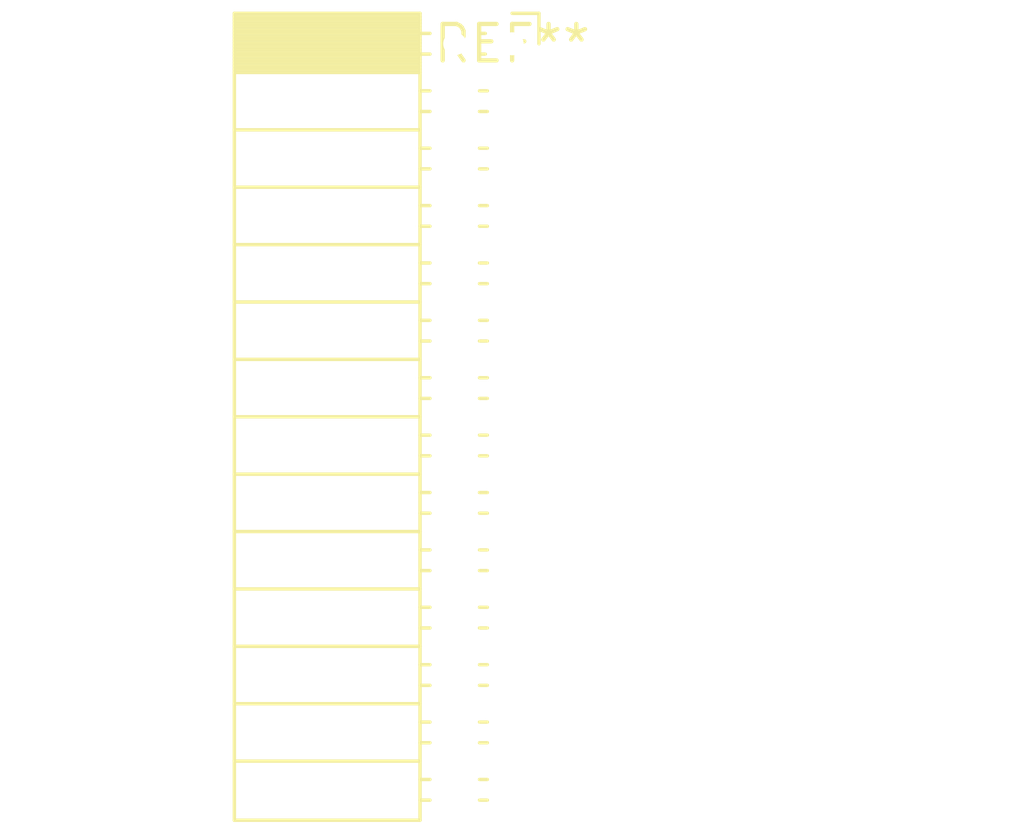
<source format=kicad_pcb>
(kicad_pcb (version 20240108) (generator pcbnew)
  (layers (0 "F.Cu" signal) (31 "B.Cu" signal) (34 "B.Paste" user) (35 "F.Paste" user) (36 "B.SilkS" user "B.Silkscreen") (37 "F.SilkS" user "F.Silkscreen") (38 "B.Mask" user) (39 "F.Mask" user) (44 "Edge.Cuts" user))
  (net 0 "")
  (footprint "PinSocket_2x14_P2.00mm_Horizontal" (layer "F.Cu") (at 0 0)
    (property "Reference" "REF**")
    (property "Value" "PinSocket_2x14_P2.00mm_Horizontal")
    (fp_line (start -9.68 -1.06) (end -9.68 27.06) (layer "F.SilkS") (stroke (width 0.12)))
    (fp_line (start -9.68 -1.06) (end -3.21 -1.06) (layer "F.SilkS") (stroke (width 0.12)))
    (fp_line (start -9.68 -0.94) (end -3.21 -0.94) (layer "F.SilkS") (stroke (width 0.12)))
    (fp_line (start -9.68 -0.825882) (end -3.21 -0.825882) (layer "F.SilkS") (stroke (width 0.12)))
    (fp_line (start -9.68 -0.711764) (end -3.21 -0.711764) (layer "F.SilkS") (stroke (width 0.12)))
    (fp_line (start -9.68 -0.597646) (end -3.21 -0.597646) (layer "F.SilkS") (stroke (width 0.12)))
    (fp_line (start -9.68 -0.483528) (end -3.21 -0.483528) (layer "F.SilkS") (stroke (width 0.12)))
    (fp_line (start -9.68 -0.36941) (end -3.21 -0.36941) (layer "F.SilkS") (stroke (width 0.12)))
    (fp_line (start -9.68 -0.255292) (end -3.21 -0.255292) (layer "F.SilkS") (stroke (width 0.12)))
    (fp_line (start -9.68 -0.141174) (end -3.21 -0.141174) (layer "F.SilkS") (stroke (width 0.12)))
    (fp_line (start -9.68 -0.027056) (end -3.21 -0.027056) (layer "F.SilkS") (stroke (width 0.12)))
    (fp_line (start -9.68 0.087062) (end -3.21 0.087062) (layer "F.SilkS") (stroke (width 0.12)))
    (fp_line (start -9.68 0.20118) (end -3.21 0.20118) (layer "F.SilkS") (stroke (width 0.12)))
    (fp_line (start -9.68 0.315298) (end -3.21 0.315298) (layer "F.SilkS") (stroke (width 0.12)))
    (fp_line (start -9.68 0.429416) (end -3.21 0.429416) (layer "F.SilkS") (stroke (width 0.12)))
    (fp_line (start -9.68 0.543534) (end -3.21 0.543534) (layer "F.SilkS") (stroke (width 0.12)))
    (fp_line (start -9.68 0.657652) (end -3.21 0.657652) (layer "F.SilkS") (stroke (width 0.12)))
    (fp_line (start -9.68 0.77177) (end -3.21 0.77177) (layer "F.SilkS") (stroke (width 0.12)))
    (fp_line (start -9.68 0.885888) (end -3.21 0.885888) (layer "F.SilkS") (stroke (width 0.12)))
    (fp_line (start -9.68 1) (end -3.21 1) (layer "F.SilkS") (stroke (width 0.12)))
    (fp_line (start -9.68 3) (end -3.21 3) (layer "F.SilkS") (stroke (width 0.12)))
    (fp_line (start -9.68 5) (end -3.21 5) (layer "F.SilkS") (stroke (width 0.12)))
    (fp_line (start -9.68 7) (end -3.21 7) (layer "F.SilkS") (stroke (width 0.12)))
    (fp_line (start -9.68 9) (end -3.21 9) (layer "F.SilkS") (stroke (width 0.12)))
    (fp_line (start -9.68 11) (end -3.21 11) (layer "F.SilkS") (stroke (width 0.12)))
    (fp_line (start -9.68 13) (end -3.21 13) (layer "F.SilkS") (stroke (width 0.12)))
    (fp_line (start -9.68 15) (end -3.21 15) (layer "F.SilkS") (stroke (width 0.12)))
    (fp_line (start -9.68 17) (end -3.21 17) (layer "F.SilkS") (stroke (width 0.12)))
    (fp_line (start -9.68 19) (end -3.21 19) (layer "F.SilkS") (stroke (width 0.12)))
    (fp_line (start -9.68 21) (end -3.21 21) (layer "F.SilkS") (stroke (width 0.12)))
    (fp_line (start -9.68 23) (end -3.21 23) (layer "F.SilkS") (stroke (width 0.12)))
    (fp_line (start -9.68 25) (end -3.21 25) (layer "F.SilkS") (stroke (width 0.12)))
    (fp_line (start -9.68 27.06) (end -3.21 27.06) (layer "F.SilkS") (stroke (width 0.12)))
    (fp_line (start -3.21 -1.06) (end -3.21 27.06) (layer "F.SilkS") (stroke (width 0.12)))
    (fp_line (start -3.21 -0.36) (end -2.862917 -0.36) (layer "F.SilkS") (stroke (width 0.12)))
    (fp_line (start -3.21 0.36) (end -2.862917 0.36) (layer "F.SilkS") (stroke (width 0.12)))
    (fp_line (start -3.21 1.64) (end -2.862917 1.64) (layer "F.SilkS") (stroke (width 0.12)))
    (fp_line (start -3.21 2.36) (end -2.862917 2.36) (layer "F.SilkS") (stroke (width 0.12)))
    (fp_line (start -3.21 3.64) (end -2.862917 3.64) (layer "F.SilkS") (stroke (width 0.12)))
    (fp_line (start -3.21 4.36) (end -2.862917 4.36) (layer "F.SilkS") (stroke (width 0.12)))
    (fp_line (start -3.21 5.64) (end -2.862917 5.64) (layer "F.SilkS") (stroke (width 0.12)))
    (fp_line (start -3.21 6.36) (end -2.862917 6.36) (layer "F.SilkS") (stroke (width 0.12)))
    (fp_line (start -3.21 7.64) (end -2.862917 7.64) (layer "F.SilkS") (stroke (width 0.12)))
    (fp_line (start -3.21 8.36) (end -2.862917 8.36) (layer "F.SilkS") (stroke (width 0.12)))
    (fp_line (start -3.21 9.64) (end -2.862917 9.64) (layer "F.SilkS") (stroke (width 0.12)))
    (fp_line (start -3.21 10.36) (end -2.862917 10.36) (layer "F.SilkS") (stroke (width 0.12)))
    (fp_line (start -3.21 11.64) (end -2.862917 11.64) (layer "F.SilkS") (stroke (width 0.12)))
    (fp_line (start -3.21 12.36) (end -2.862917 12.36) (layer "F.SilkS") (stroke (width 0.12)))
    (fp_line (start -3.21 13.64) (end -2.862917 13.64) (layer "F.SilkS") (stroke (width 0.12)))
    (fp_line (start -3.21 14.36) (end -2.862917 14.36) (layer "F.SilkS") (stroke (width 0.12)))
    (fp_line (start -3.21 15.64) (end -2.862917 15.64) (layer "F.SilkS") (stroke (width 0.12)))
    (fp_line (start -3.21 16.36) (end -2.862917 16.36) (layer "F.SilkS") (stroke (width 0.12)))
    (fp_line (start -3.21 17.64) (end -2.862917 17.64) (layer "F.SilkS") (stroke (width 0.12)))
    (fp_line (start -3.21 18.36) (end -2.862917 18.36) (layer "F.SilkS") (stroke (width 0.12)))
    (fp_line (start -3.21 19.64) (end -2.862917 19.64) (layer "F.SilkS") (stroke (width 0.12)))
    (fp_line (start -3.21 20.36) (end -2.862917 20.36) (layer "F.SilkS") (stroke (width 0.12)))
    (fp_line (start -3.21 21.64) (end -2.862917 21.64) (layer "F.SilkS") (stroke (width 0.12)))
    (fp_line (start -3.21 22.36) (end -2.862917 22.36) (layer "F.SilkS") (stroke (width 0.12)))
    (fp_line (start -3.21 23.64) (end -2.862917 23.64) (layer "F.SilkS") (stroke (width 0.12)))
    (fp_line (start -3.21 24.36) (end -2.862917 24.36) (layer "F.SilkS") (stroke (width 0.12)))
    (fp_line (start -3.21 25.64) (end -2.862917 25.64) (layer "F.SilkS") (stroke (width 0.12)))
    (fp_line (start -3.21 26.36) (end -2.862917 26.36) (layer "F.SilkS") (stroke (width 0.12)))
    (fp_line (start -1.137083 -0.36) (end -0.935 -0.36) (layer "F.SilkS") (stroke (width 0.12)))
    (fp_line (start -1.137083 0.36) (end -0.935 0.36) (layer "F.SilkS") (stroke (width 0.12)))
    (fp_line (start -1.137083 1.64) (end -0.862917 1.64) (layer "F.SilkS") (stroke (width 0.12)))
    (fp_line (start -1.137083 2.36) (end -0.862917 2.36) (layer "F.SilkS") (stroke (width 0.12)))
    (fp_line (start -1.137083 3.64) (end -0.862917 3.64) (layer "F.SilkS") (stroke (width 0.12)))
    (fp_line (start -1.137083 4.36) (end -0.862917 4.36) (layer "F.SilkS") (stroke (width 0.12)))
    (fp_line (start -1.137083 5.64) (end -0.862917 5.64) (layer "F.SilkS") (stroke (width 0.12)))
    (fp_line (start -1.137083 6.36) (end -0.862917 6.36) (layer "F.SilkS") (stroke (width 0.12)))
    (fp_line (start -1.137083 7.64) (end -0.862917 7.64) (layer "F.SilkS") (stroke (width 0.12)))
    (fp_line (start -1.137083 8.36) (end -0.862917 8.36) (layer "F.SilkS") (stroke (width 0.12)))
    (fp_line (start -1.137083 9.64) (end -0.862917 9.64) (layer "F.SilkS") (stroke (width 0.12)))
    (fp_line (start -1.137083 10.36) (end -0.862917 10.36) (layer "F.SilkS") (stroke (width 0.12)))
    (fp_line (start -1.137083 11.64) (end -0.862917 11.64) (layer "F.SilkS") (stroke (width 0.12)))
    (fp_line (start -1.137083 12.36) (end -0.862917 12.36) (layer "F.SilkS") (stroke (width 0.12)))
    (fp_line (start -1.137083 13.64) (end -0.862917 13.64) (layer "F.SilkS") (stroke (width 0.12)))
    (fp_line (start -1.137083 14.36) (end -0.862917 14.36) (layer "F.SilkS") (stroke (width 0.12)))
    (fp_line (start -1.137083 15.64) (end -0.862917 15.64) (layer "F.SilkS") (stroke (width 0.12)))
    (fp_line (start -1.137083 16.36) (end -0.862917 16.36) (layer "F.SilkS") (stroke (width 0.12)))
    (fp_line (start -1.137083 17.64) (end -0.862917 17.64) (layer "F.SilkS") (stroke (width 0.12)))
    (fp_line (start -1.137083 18.36) (end -0.862917 18.36) (layer "F.SilkS") (stroke (width 0.12)))
    (fp_line (start -1.137083 19.64) (end -0.862917 19.64) (layer "F.SilkS") (stroke (width 0.12)))
    (fp_line (start -1.137083 20.36) (end -0.862917 20.36) (layer "F.SilkS") (stroke (width 0.12)))
    (fp_line (start -1.137083 21.64) (end -0.862917 21.64) (layer "F.SilkS") (stroke (width 0.12)))
    (fp_line (start -1.137083 22.36) (end -0.862917 22.36) (layer "F.SilkS") (stroke (width 0.12)))
    (fp_line (start -1.137083 23.64) (end -0.862917 23.64) (layer "F.SilkS") (stroke (width 0.12)))
    (fp_line (start -1.137083 24.36) (end -0.862917 24.36) (layer "F.SilkS") (stroke (width 0.12)))
    (fp_line (start -1.137083 25.64) (end -0.862917 25.64) (layer "F.SilkS") (stroke (width 0.12)))
    (fp_line (start -1.137083 26.36) (end -0.862917 26.36) (layer "F.SilkS") (stroke (width 0.12)))
    (fp_line (start 0 -1.06) (end 0.935 -1.06) (layer "F.SilkS") (stroke (width 0.12)))
    (fp_line (start 0.935 -1.06) (end 0.935 0) (layer "F.SilkS") (stroke (width 0.12)))
    (pad "1" thru_hole rect (at 0 0) (size 1.35 1.35) (drill 0.8) (layers *.Cu *.Mask) (remove_unused_layers))
    (pad "2" thru_hole oval (at -2 0) (size 1.35 1.35) (drill 0.8) (layers *.Cu *.Mask) (remove_unused_layers))
    (pad "3" thru_hole oval (at 0 2) (size 1.35 1.35) (drill 0.8) (layers *.Cu *.Mask) (remove_unused_layers))
    (pad "4" thru_hole oval (at -2 2) (size 1.35 1.35) (drill 0.8) (layers *.Cu *.Mask) (remove_unused_layers))
    (pad "5" thru_hole oval (at 0 4) (size 1.35 1.35) (drill 0.8) (layers *.Cu *.Mask) (remove_unused_layers))
    (pad "6" thru_hole oval (at -2 4) (size 1.35 1.35) (drill 0.8) (layers *.Cu *.Mask) (remove_unused_layers))
    (pad "7" thru_hole oval (at 0 6) (size 1.35 1.35) (drill 0.8) (layers *.Cu *.Mask) (remove_unused_layers))
    (pad "8" thru_hole oval (at -2 6) (size 1.35 1.35) (drill 0.8) (layers *.Cu *.Mask) (remove_unused_layers))
    (pad "9" thru_hole oval (at 0 8) (size 1.35 1.35) (drill 0.8) (layers *.Cu *.Mask) (remove_unused_layers))
    (pad "10" thru_hole oval (at -2 8) (size 1.35 1.35) (drill 0.8) (layers *.Cu *.Mask) (remove_unused_layers))
    (pad "11" thru_hole oval (at 0 10) (size 1.35 1.35) (drill 0.8) (layers *.Cu *.Mask) (remove_unused_layers))
    (pad "12" thru_hole oval (at -2 10) (size 1.35 1.35) (drill 0.8) (layers *.Cu *.Mask) (remove_unused_layers))
    (pad "13" thru_hole oval (at 0 12) (size 1.35 1.35) (drill 0.8) (layers *.Cu *.Mask) (remove_unused_layers))
    (pad "14" thru_hole oval (at -2 12) (size 1.35 1.35) (drill 0.8) (layers *.Cu *.Mask) (remove_unused_layers))
    (pad "15" thru_hole oval (at 0 14) (size 1.35 1.35) (drill 0.8) (layers *.Cu *.Mask) (remove_unused_layers))
    (pad "16" thru_hole oval (at -2 14) (size 1.35 1.35) (drill 0.8) (layers *.Cu *.Mask) (remove_unused_layers))
    (pad "17" thru_hole oval (at 0 16) (size 1.35 1.35) (drill 0.8) (layers *.Cu *.Mask) (remove_unused_layers))
    (pad "18" thru_hole oval (at -2 16) (size 1.35 1.35) (drill 0.8) (layers *.Cu *.Mask) (remove_unused_layers))
    (pad "19" thru_hole oval (at 0 18) (size 1.35 1.35) (drill 0.8) (layers *.Cu *.Mask) (remove_unused_layers))
    (pad "20" thru_hole oval (at -2 18) (size 1.35 1.35) (drill 0.8) (layers *.Cu *.Mask) (remove_unused_layers))
    (pad "21" thru_hole oval (at 0 20) (size 1.35 1.35) (drill 0.8) (layers *.Cu *.Mask) (remove_unused_layers))
    (pad "22" thru_hole oval (at -2 20) (size 1.35 1.35) (drill 0.8) (layers *.Cu *.Mask) (remove_unused_layers))
    (pad "23" thru_hole oval (at 0 22) (size 1.35 1.35) (drill 0.8) (layers *.Cu *.Mask) (remove_unused_layers))
    (pad "24" thru_hole oval (at -2 22) (size 1.35 1.35) (drill 0.8) (layers *.Cu *.Mask) (remove_unused_layers))
    (pad "25" thru_hole oval (at 0 24) (size 1.35 1.35) (drill 0.8) (layers *.Cu *.Mask) (remove_unused_layers))
    (pad "26" thru_hole oval (at -2 24) (size 1.35 1.35) (drill 0.8) (layers *.Cu *.Mask) (remove_unused_layers))
    (pad "27" thru_hole oval (at 0 26) (size 1.35 1.35) (drill 0.8) (layers *.Cu *.Mask) (remove_unused_layers))
    (pad "28" thru_hole oval (at -2 26) (size 1.35 1.35) (drill 0.8) (layers *.Cu *.Mask) (remove_unused_layers))
  )
)
</source>
